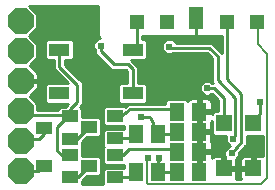
<source format=gtl>
G75*
%MOIN*%
%OFA0B0*%
%FSLAX25Y25*%
%IPPOS*%
%LPD*%
%AMOC8*
5,1,8,0,0,1.08239X$1,22.5*
%
%ADD10R,0.05118X0.05906*%
%ADD11R,0.05512X0.03937*%
%ADD12OC8,0.08600*%
%ADD13R,0.05512X0.05512*%
%ADD14R,0.07087X0.04331*%
%ADD15R,0.05118X0.05000*%
%ADD16R,0.05000X0.07480*%
%ADD17C,0.02400*%
%ADD18C,0.01000*%
%ADD19C,0.00591*%
D10*
X0046472Y0029649D03*
X0053953Y0029649D03*
X0060252Y0029649D03*
X0060252Y0036341D03*
X0060205Y0042963D03*
X0053953Y0042247D03*
X0060252Y0049727D03*
X0067732Y0049727D03*
X0067685Y0042963D03*
X0067732Y0036341D03*
X0067732Y0029649D03*
X0046472Y0042247D03*
D11*
X0024543Y0027885D03*
X0030882Y0031562D03*
X0024543Y0035365D03*
X0024543Y0040704D03*
X0030882Y0044562D03*
X0024543Y0048184D03*
X0015882Y0044444D03*
X0015882Y0031625D03*
X0039543Y0035302D03*
X0039543Y0040822D03*
X0039543Y0048302D03*
X0039543Y0027822D03*
D12*
X0008087Y0030042D03*
X0008087Y0040042D03*
X0008087Y0050042D03*
X0008087Y0060042D03*
X0008087Y0070042D03*
X0008087Y0080042D03*
D13*
X0075803Y0045790D03*
X0085646Y0045790D03*
X0085646Y0030830D03*
X0075803Y0030830D03*
D14*
X0045488Y0055830D03*
X0045488Y0070397D03*
X0021079Y0070397D03*
X0021079Y0055830D03*
D15*
X0046827Y0079649D03*
X0056827Y0079649D03*
X0076827Y0079649D03*
X0086827Y0079649D03*
D16*
X0066748Y0080830D03*
D17*
X0066748Y0073743D03*
X0057693Y0071381D03*
X0070291Y0057601D03*
X0078953Y0040672D03*
X0078559Y0035948D03*
X0080528Y0028861D03*
X0088008Y0052877D03*
X0054150Y0034373D03*
X0050606Y0034373D03*
X0048244Y0048034D03*
X0034465Y0037916D03*
X0030921Y0055633D03*
X0034858Y0071774D03*
D18*
X0034858Y0069806D01*
X0039189Y0065475D01*
X0043913Y0065475D01*
X0045488Y0063900D01*
X0045488Y0055830D01*
X0044835Y0052302D02*
X0044340Y0052377D01*
X0049565Y0052377D01*
X0050319Y0053131D01*
X0050319Y0058528D01*
X0049565Y0059282D01*
X0047276Y0059282D01*
X0047276Y0064641D01*
X0046229Y0065688D01*
X0044973Y0066944D01*
X0049565Y0066944D01*
X0050319Y0067698D01*
X0050319Y0073095D01*
X0049565Y0073849D01*
X0048614Y0073849D01*
X0048614Y0074924D01*
X0075197Y0074924D01*
X0075197Y0069397D01*
X0072866Y0071727D01*
X0071819Y0072774D01*
X0059808Y0072774D01*
X0059802Y0072790D01*
X0059102Y0073490D01*
X0058188Y0073868D01*
X0057198Y0073868D01*
X0056284Y0073490D01*
X0055584Y0072790D01*
X0055206Y0071876D01*
X0055206Y0070886D01*
X0055584Y0069972D01*
X0056284Y0069272D01*
X0057198Y0068893D01*
X0058188Y0068893D01*
X0058927Y0069200D01*
X0070338Y0069200D01*
X0072047Y0067491D01*
X0072047Y0059617D01*
X0072275Y0059389D01*
X0072022Y0059389D01*
X0071700Y0059710D01*
X0070786Y0060089D01*
X0069797Y0060089D01*
X0068882Y0059710D01*
X0068183Y0059010D01*
X0067804Y0058096D01*
X0067804Y0057106D01*
X0068183Y0056192D01*
X0068882Y0055493D01*
X0069797Y0055114D01*
X0070786Y0055114D01*
X0071700Y0055493D01*
X0071967Y0055760D01*
X0074016Y0053711D01*
X0074016Y0049834D01*
X0072514Y0049834D01*
X0071791Y0049111D01*
X0071791Y0049227D01*
X0068232Y0049227D01*
X0068232Y0047416D01*
X0068185Y0047416D01*
X0068185Y0043464D01*
X0067185Y0043464D01*
X0067185Y0045274D01*
X0067232Y0045274D01*
X0067232Y0049227D01*
X0068232Y0049227D01*
X0068232Y0050227D01*
X0067232Y0050227D01*
X0067232Y0054180D01*
X0064976Y0054180D01*
X0064594Y0054078D01*
X0064252Y0053880D01*
X0063973Y0053601D01*
X0063877Y0053435D01*
X0063344Y0053967D01*
X0057160Y0053967D01*
X0056406Y0053213D01*
X0056406Y0052302D01*
X0044835Y0052302D01*
X0044214Y0052377D02*
X0044113Y0052302D01*
X0043960Y0052302D01*
X0043532Y0051873D01*
X0042948Y0051443D01*
X0042832Y0051558D01*
X0036254Y0051558D01*
X0035500Y0050804D01*
X0035500Y0045800D01*
X0036254Y0045046D01*
X0042626Y0045046D01*
X0042626Y0044078D01*
X0036254Y0044078D01*
X0035500Y0043323D01*
X0035500Y0038320D01*
X0035758Y0038062D01*
X0035500Y0037804D01*
X0035500Y0032800D01*
X0036254Y0032046D01*
X0042626Y0032046D01*
X0042626Y0031078D01*
X0036254Y0031078D01*
X0035500Y0030323D01*
X0035500Y0025637D01*
X0028587Y0025637D01*
X0028587Y0026739D01*
X0030154Y0028306D01*
X0034171Y0028306D01*
X0034925Y0029060D01*
X0034925Y0034064D01*
X0034171Y0034818D01*
X0028587Y0034818D01*
X0028587Y0037867D01*
X0028419Y0038034D01*
X0028587Y0038202D01*
X0028587Y0039739D01*
X0030154Y0041306D01*
X0034171Y0041306D01*
X0034925Y0042060D01*
X0034925Y0047064D01*
X0034171Y0047818D01*
X0028587Y0047818D01*
X0028587Y0050686D01*
X0027954Y0051319D01*
X0028772Y0052136D01*
X0028772Y0059523D01*
X0027725Y0060570D01*
X0022866Y0065428D01*
X0022866Y0066944D01*
X0025155Y0066944D01*
X0025909Y0067698D01*
X0025909Y0073095D01*
X0025155Y0073849D01*
X0017002Y0073849D01*
X0016248Y0073095D01*
X0016248Y0067698D01*
X0017002Y0066944D01*
X0019291Y0066944D01*
X0019291Y0063948D01*
X0023956Y0059282D01*
X0017002Y0059282D01*
X0016248Y0058528D01*
X0016248Y0053131D01*
X0017002Y0052377D01*
X0023956Y0052377D01*
X0023882Y0052302D01*
X0023019Y0051440D01*
X0021254Y0051440D01*
X0020500Y0050686D01*
X0020500Y0050334D01*
X0013674Y0050334D01*
X0013674Y0052357D01*
X0011139Y0054892D01*
X0013887Y0057640D01*
X0013887Y0059755D01*
X0008374Y0059755D01*
X0008374Y0060330D01*
X0013887Y0060330D01*
X0013887Y0062445D01*
X0011139Y0065193D01*
X0013674Y0067728D01*
X0013674Y0072357D01*
X0010988Y0075042D01*
X0013674Y0077728D01*
X0013674Y0082357D01*
X0010914Y0085117D01*
X0033752Y0085117D01*
X0033752Y0075090D01*
X0034580Y0074262D01*
X0034363Y0074262D01*
X0033449Y0073883D01*
X0032750Y0073183D01*
X0032371Y0072269D01*
X0032371Y0071280D01*
X0032750Y0070365D01*
X0033071Y0070044D01*
X0033071Y0069066D01*
X0037402Y0064735D01*
X0038449Y0063688D01*
X0043173Y0063688D01*
X0043701Y0063160D01*
X0043701Y0059282D01*
X0041412Y0059282D01*
X0040657Y0058528D01*
X0040657Y0053131D01*
X0041412Y0052377D01*
X0044214Y0052377D01*
X0043753Y0052095D02*
X0028730Y0052095D01*
X0028772Y0053094D02*
X0040695Y0053094D01*
X0040657Y0054092D02*
X0028772Y0054092D01*
X0028772Y0055091D02*
X0040657Y0055091D01*
X0040657Y0056089D02*
X0028772Y0056089D01*
X0028772Y0057088D02*
X0040657Y0057088D01*
X0040657Y0058086D02*
X0028772Y0058086D01*
X0028772Y0059085D02*
X0041214Y0059085D01*
X0043701Y0060083D02*
X0028211Y0060083D01*
X0027213Y0061082D02*
X0043701Y0061082D01*
X0043701Y0062080D02*
X0026214Y0062080D01*
X0025216Y0063079D02*
X0043701Y0063079D01*
X0045842Y0066074D02*
X0072047Y0066074D01*
X0072047Y0065076D02*
X0046841Y0065076D01*
X0047276Y0064077D02*
X0072047Y0064077D01*
X0072047Y0063079D02*
X0047276Y0063079D01*
X0047276Y0062080D02*
X0072047Y0062080D01*
X0072047Y0061082D02*
X0047276Y0061082D01*
X0047276Y0060083D02*
X0069783Y0060083D01*
X0070800Y0060083D02*
X0072047Y0060083D01*
X0073835Y0060357D02*
X0079740Y0054452D01*
X0079740Y0041853D01*
X0078953Y0040672D01*
X0077959Y0038391D02*
X0077150Y0038056D01*
X0076450Y0037357D01*
X0076072Y0036442D01*
X0076072Y0035453D01*
X0076303Y0034894D01*
X0076303Y0031330D01*
X0075303Y0031330D01*
X0075303Y0035086D01*
X0072850Y0035086D01*
X0072468Y0034983D01*
X0072126Y0034786D01*
X0071847Y0034507D01*
X0071791Y0034410D01*
X0071791Y0035841D01*
X0068232Y0035841D01*
X0068232Y0031889D01*
X0068232Y0030149D01*
X0067232Y0030149D01*
X0067232Y0035841D01*
X0068232Y0035841D01*
X0068232Y0036841D01*
X0071791Y0036841D01*
X0071791Y0039492D01*
X0071725Y0039741D01*
X0071744Y0039813D01*
X0071744Y0042463D01*
X0068185Y0042463D01*
X0068185Y0038511D01*
X0068232Y0038511D01*
X0068232Y0036841D01*
X0067232Y0036841D01*
X0067232Y0040794D01*
X0067185Y0040794D01*
X0067185Y0042463D01*
X0068185Y0042463D01*
X0068185Y0043463D01*
X0071744Y0043463D01*
X0071744Y0046114D01*
X0071706Y0046257D01*
X0071760Y0046460D01*
X0071760Y0042501D01*
X0072514Y0041747D01*
X0076706Y0041747D01*
X0076465Y0041167D01*
X0076465Y0040177D01*
X0076844Y0039263D01*
X0077544Y0038563D01*
X0077959Y0038391D01*
X0077294Y0038116D02*
X0071791Y0038116D01*
X0071791Y0039114D02*
X0076993Y0039114D01*
X0076492Y0040113D02*
X0071744Y0040113D01*
X0071744Y0041111D02*
X0076465Y0041111D01*
X0076351Y0037117D02*
X0071791Y0037117D01*
X0071791Y0035120D02*
X0076209Y0035120D01*
X0076303Y0034122D02*
X0075303Y0034122D01*
X0075303Y0033123D02*
X0076303Y0033123D01*
X0076303Y0032125D02*
X0075303Y0032125D01*
X0076303Y0031330D02*
X0080059Y0031330D01*
X0080059Y0033783D01*
X0080028Y0033899D01*
X0080668Y0034539D01*
X0081046Y0035453D01*
X0081046Y0036056D01*
X0083010Y0038264D01*
X0083496Y0038751D01*
X0083496Y0038811D01*
X0083536Y0038857D01*
X0083496Y0039544D01*
X0083496Y0041747D01*
X0088787Y0041747D01*
X0088787Y0035035D01*
X0088599Y0035086D01*
X0086146Y0035086D01*
X0086146Y0031330D01*
X0085146Y0031330D01*
X0085146Y0035086D01*
X0082692Y0035086D01*
X0082311Y0034983D01*
X0081969Y0034786D01*
X0081689Y0034507D01*
X0081492Y0034164D01*
X0081390Y0033783D01*
X0081390Y0031330D01*
X0085146Y0031330D01*
X0085146Y0030330D01*
X0081390Y0030330D01*
X0081390Y0027876D01*
X0081492Y0027495D01*
X0081608Y0027294D01*
X0079841Y0027294D01*
X0079957Y0027495D01*
X0080059Y0027876D01*
X0080059Y0030330D01*
X0076303Y0030330D01*
X0076303Y0031330D01*
X0076303Y0031126D02*
X0085146Y0031126D01*
X0085146Y0032125D02*
X0086146Y0032125D01*
X0086146Y0033123D02*
X0085146Y0033123D01*
X0085146Y0034122D02*
X0086146Y0034122D01*
X0088787Y0035120D02*
X0080909Y0035120D01*
X0081103Y0036119D02*
X0088787Y0036119D01*
X0088787Y0037117D02*
X0081990Y0037117D01*
X0082878Y0038116D02*
X0088787Y0038116D01*
X0088787Y0039114D02*
X0083521Y0039114D01*
X0083496Y0040113D02*
X0088787Y0040113D01*
X0088787Y0041111D02*
X0083496Y0041111D01*
X0081709Y0039491D02*
X0078559Y0035948D01*
X0080251Y0034122D02*
X0081481Y0034122D01*
X0081390Y0033123D02*
X0080059Y0033123D01*
X0080059Y0032125D02*
X0081390Y0032125D01*
X0081390Y0030128D02*
X0080059Y0030128D01*
X0080059Y0029129D02*
X0081390Y0029129D01*
X0081390Y0028131D02*
X0080059Y0028131D01*
X0076072Y0036119D02*
X0068232Y0036119D01*
X0068232Y0037117D02*
X0067232Y0037117D01*
X0067232Y0038116D02*
X0068232Y0038116D01*
X0068185Y0039114D02*
X0067232Y0039114D01*
X0067232Y0040113D02*
X0068185Y0040113D01*
X0068185Y0041111D02*
X0067185Y0041111D01*
X0067185Y0042110D02*
X0068185Y0042110D01*
X0068185Y0043108D02*
X0071760Y0043108D01*
X0071744Y0042110D02*
X0072151Y0042110D01*
X0071760Y0044107D02*
X0071744Y0044107D01*
X0071744Y0045105D02*
X0071760Y0045105D01*
X0071744Y0046104D02*
X0071760Y0046104D01*
X0068185Y0046104D02*
X0067232Y0046104D01*
X0067232Y0047102D02*
X0068185Y0047102D01*
X0068232Y0048101D02*
X0067232Y0048101D01*
X0067232Y0049099D02*
X0068232Y0049099D01*
X0068232Y0050098D02*
X0074016Y0050098D01*
X0074016Y0051097D02*
X0071791Y0051097D01*
X0071791Y0050227D02*
X0071791Y0052877D01*
X0071689Y0053259D01*
X0071492Y0053601D01*
X0071212Y0053880D01*
X0070870Y0054078D01*
X0070489Y0054180D01*
X0068232Y0054180D01*
X0068232Y0050227D01*
X0071791Y0050227D01*
X0071791Y0052095D02*
X0074016Y0052095D01*
X0074016Y0053094D02*
X0071733Y0053094D01*
X0070817Y0054092D02*
X0073635Y0054092D01*
X0072636Y0055091D02*
X0050319Y0055091D01*
X0050319Y0056089D02*
X0068286Y0056089D01*
X0067812Y0057088D02*
X0050319Y0057088D01*
X0050319Y0058086D02*
X0067804Y0058086D01*
X0068257Y0059085D02*
X0049763Y0059085D01*
X0050319Y0054092D02*
X0064648Y0054092D01*
X0067232Y0054092D02*
X0068232Y0054092D01*
X0068232Y0053094D02*
X0067232Y0053094D01*
X0067232Y0052095D02*
X0068232Y0052095D01*
X0068232Y0051097D02*
X0067232Y0051097D01*
X0067185Y0045105D02*
X0068185Y0045105D01*
X0068185Y0044107D02*
X0067185Y0044107D01*
X0060669Y0042247D02*
X0060205Y0042963D01*
X0060669Y0042247D02*
X0053953Y0042247D01*
X0051276Y0048034D01*
X0048244Y0048034D01*
X0044701Y0050515D02*
X0058677Y0050515D01*
X0060252Y0049727D01*
X0056406Y0053094D02*
X0050281Y0053094D01*
X0044701Y0050515D02*
X0041701Y0048302D01*
X0039543Y0048302D01*
X0041307Y0048302D01*
X0039543Y0048302D02*
X0039543Y0048192D01*
X0036195Y0045105D02*
X0034925Y0045105D01*
X0034925Y0044107D02*
X0042626Y0044107D01*
X0045047Y0040822D02*
X0039543Y0040822D01*
X0035500Y0041111D02*
X0029959Y0041111D01*
X0028961Y0040113D02*
X0035500Y0040113D01*
X0035500Y0039114D02*
X0028587Y0039114D01*
X0028501Y0038116D02*
X0035704Y0038116D01*
X0035500Y0037117D02*
X0028587Y0037117D01*
X0028587Y0036119D02*
X0035500Y0036119D01*
X0035500Y0035120D02*
X0028587Y0035120D01*
X0024543Y0035365D02*
X0024339Y0035160D01*
X0021866Y0035160D01*
X0020291Y0036735D01*
X0020291Y0044609D01*
X0023866Y0048184D01*
X0024543Y0048184D01*
X0024622Y0048263D01*
X0024622Y0050515D01*
X0026984Y0052877D01*
X0026984Y0058782D01*
X0021079Y0064688D01*
X0021079Y0070397D01*
X0022866Y0066074D02*
X0036062Y0066074D01*
X0035064Y0067073D02*
X0025284Y0067073D01*
X0025909Y0068071D02*
X0034065Y0068071D01*
X0033071Y0069070D02*
X0025909Y0069070D01*
X0025909Y0070068D02*
X0033047Y0070068D01*
X0032459Y0071067D02*
X0025909Y0071067D01*
X0025909Y0072065D02*
X0032371Y0072065D01*
X0032700Y0073064D02*
X0025909Y0073064D01*
X0019291Y0066074D02*
X0012020Y0066074D01*
X0011256Y0065076D02*
X0019291Y0065076D01*
X0019291Y0064077D02*
X0012254Y0064077D01*
X0013253Y0063079D02*
X0020160Y0063079D01*
X0021159Y0062080D02*
X0013887Y0062080D01*
X0013887Y0061082D02*
X0022157Y0061082D01*
X0023156Y0060083D02*
X0008374Y0060083D01*
X0012336Y0056089D02*
X0016248Y0056089D01*
X0016248Y0055091D02*
X0011337Y0055091D01*
X0011939Y0054092D02*
X0016248Y0054092D01*
X0016285Y0053094D02*
X0012937Y0053094D01*
X0013674Y0052095D02*
X0023675Y0052095D01*
X0020911Y0051097D02*
X0013674Y0051097D01*
X0009976Y0048546D02*
X0023835Y0048546D01*
X0024622Y0048263D01*
X0028176Y0051097D02*
X0035793Y0051097D01*
X0035500Y0050098D02*
X0028587Y0050098D01*
X0028587Y0049099D02*
X0035500Y0049099D01*
X0035500Y0048101D02*
X0028587Y0048101D01*
X0030882Y0044562D02*
X0027024Y0040704D01*
X0024543Y0040704D01*
X0015882Y0042168D02*
X0014189Y0040475D01*
X0010488Y0040475D01*
X0008087Y0040042D01*
X0015882Y0042168D02*
X0015882Y0044444D01*
X0009976Y0048546D02*
X0008087Y0050042D01*
X0013334Y0057088D02*
X0016248Y0057088D01*
X0016248Y0058086D02*
X0013887Y0058086D01*
X0013887Y0059085D02*
X0016804Y0059085D01*
X0023219Y0065076D02*
X0037061Y0065076D01*
X0038059Y0064077D02*
X0024217Y0064077D01*
X0016873Y0067073D02*
X0013019Y0067073D01*
X0013674Y0068071D02*
X0016248Y0068071D01*
X0016248Y0069070D02*
X0013674Y0069070D01*
X0013674Y0070068D02*
X0016248Y0070068D01*
X0016248Y0071067D02*
X0013674Y0071067D01*
X0013674Y0072065D02*
X0016248Y0072065D01*
X0016248Y0073064D02*
X0012967Y0073064D01*
X0011968Y0074062D02*
X0033882Y0074062D01*
X0033781Y0075061D02*
X0011007Y0075061D01*
X0012005Y0076059D02*
X0033752Y0076059D01*
X0033752Y0077058D02*
X0013004Y0077058D01*
X0013674Y0078056D02*
X0033752Y0078056D01*
X0033752Y0079055D02*
X0013674Y0079055D01*
X0013674Y0080053D02*
X0033752Y0080053D01*
X0033752Y0081052D02*
X0013674Y0081052D01*
X0013674Y0082050D02*
X0033752Y0082050D01*
X0033752Y0083049D02*
X0012982Y0083049D01*
X0011983Y0084047D02*
X0033752Y0084047D01*
X0033752Y0085046D02*
X0010985Y0085046D01*
X0045488Y0078310D02*
X0046827Y0079649D01*
X0046827Y0071735D01*
X0045488Y0070397D01*
X0048614Y0074062D02*
X0075197Y0074062D01*
X0075197Y0073064D02*
X0059528Y0073064D01*
X0057693Y0071381D02*
X0058087Y0070987D01*
X0071079Y0070987D01*
X0073835Y0068231D01*
X0073835Y0060357D01*
X0072654Y0057601D02*
X0070291Y0057601D01*
X0072654Y0057601D02*
X0075803Y0054452D01*
X0075803Y0045790D01*
X0081709Y0039491D02*
X0081709Y0055633D01*
X0076984Y0060751D01*
X0076984Y0080672D01*
X0076827Y0079649D01*
X0075197Y0072065D02*
X0072528Y0072065D01*
X0073527Y0071067D02*
X0075197Y0071067D01*
X0075197Y0070068D02*
X0074525Y0070068D01*
X0071467Y0068071D02*
X0050319Y0068071D01*
X0050319Y0069070D02*
X0056772Y0069070D01*
X0055544Y0070068D02*
X0050319Y0070068D01*
X0050319Y0071067D02*
X0055206Y0071067D01*
X0055284Y0072065D02*
X0050319Y0072065D01*
X0050319Y0073064D02*
X0055858Y0073064D01*
X0058613Y0069070D02*
X0070468Y0069070D01*
X0072047Y0067073D02*
X0049694Y0067073D01*
X0066748Y0073743D02*
X0066748Y0080830D01*
X0088008Y0052877D02*
X0088008Y0049334D01*
X0085646Y0045790D01*
X0068232Y0035120D02*
X0067232Y0035120D01*
X0067232Y0034122D02*
X0068232Y0034122D01*
X0068232Y0033123D02*
X0067232Y0033123D01*
X0067232Y0032125D02*
X0068232Y0032125D01*
X0068232Y0031126D02*
X0067232Y0031126D01*
X0060252Y0029649D02*
X0053953Y0029649D01*
X0053953Y0032208D01*
X0054150Y0034373D01*
X0058283Y0037129D02*
X0060252Y0036341D01*
X0058283Y0037129D02*
X0044307Y0037129D01*
X0042087Y0035302D01*
X0039543Y0035302D01*
X0036175Y0032125D02*
X0034925Y0032125D01*
X0034925Y0033123D02*
X0035500Y0033123D01*
X0035500Y0034122D02*
X0034867Y0034122D01*
X0034925Y0031126D02*
X0042626Y0031126D01*
X0046472Y0029649D02*
X0045583Y0027822D01*
X0039543Y0027822D01*
X0035500Y0028131D02*
X0029979Y0028131D01*
X0028980Y0027132D02*
X0035500Y0027132D01*
X0035500Y0026134D02*
X0028587Y0026134D01*
X0027205Y0027885D02*
X0030882Y0031562D01*
X0034925Y0030128D02*
X0035500Y0030128D01*
X0035500Y0029129D02*
X0034925Y0029129D01*
X0027205Y0027885D02*
X0024543Y0027885D01*
X0015882Y0031625D02*
X0013906Y0030042D01*
X0008087Y0030042D01*
X0034925Y0042110D02*
X0035500Y0042110D01*
X0035500Y0043108D02*
X0034925Y0043108D01*
X0034925Y0046104D02*
X0035500Y0046104D01*
X0035500Y0047102D02*
X0034886Y0047102D01*
X0045047Y0040822D02*
X0046472Y0042247D01*
D19*
X0050606Y0034373D02*
X0050606Y0033586D01*
X0050213Y0032798D01*
X0050213Y0026105D01*
X0050606Y0025712D01*
X0088402Y0025712D01*
X0090370Y0027680D01*
X0090370Y0069019D01*
X0087220Y0072168D01*
X0087220Y0079255D01*
X0086827Y0079649D01*
M02*

</source>
